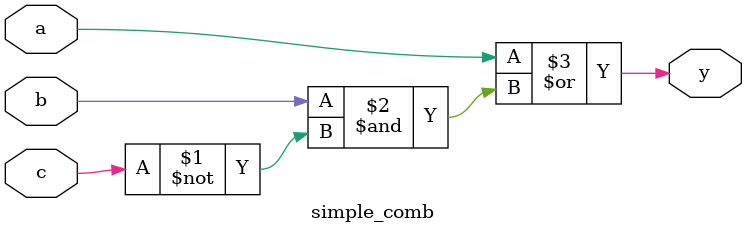
<source format=sv>
module simple_comb(
    input logic a,
    input logic b,
    input logic c,
    output logic y
);

// logical operation: a + (b * ~c)
assign y = a | (b & ~c); // OR, AND, and NOT operations

endmodule



</source>
